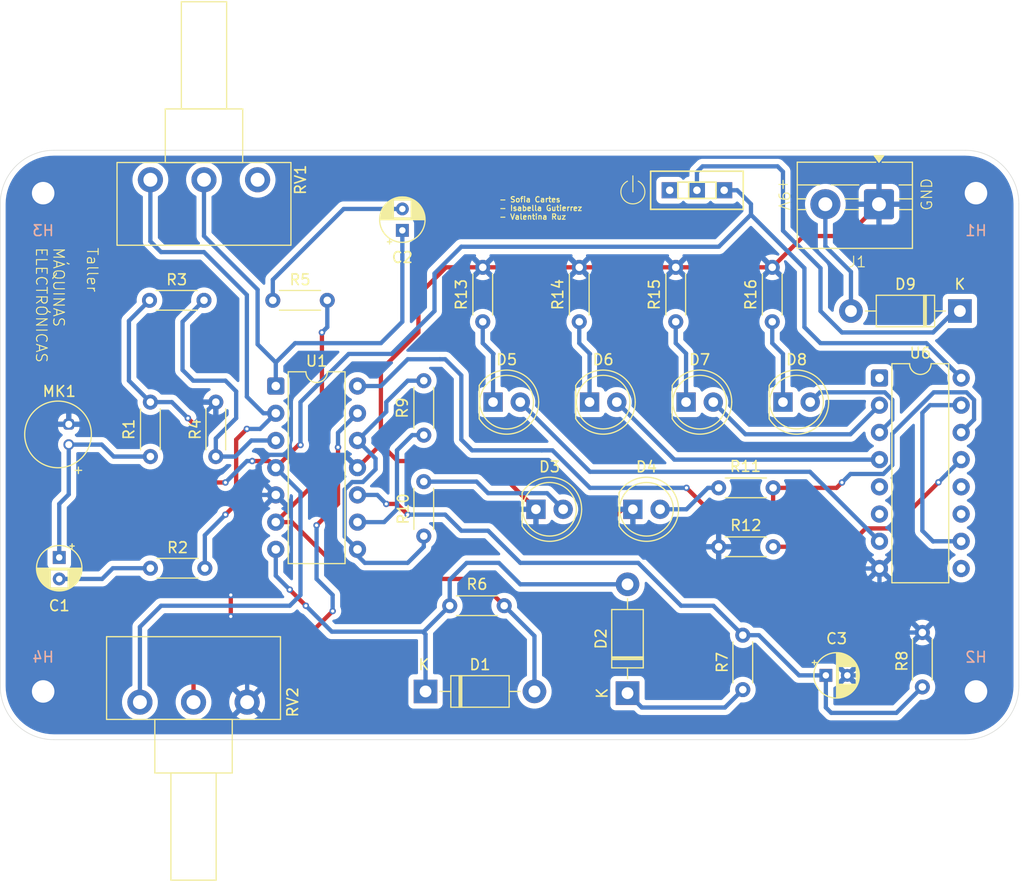
<source format=kicad_pcb>
(kicad_pcb (version 20241229) (generator "pcbnew") (generator_version "9.0")
  (layers (0 "F.Cu" signal) (2 "B.Cu" signal) (13 "F.Paste" user) (15 "B.Paste" user) (5 "F.SilkS" user "F.Silkscreen") (7 "B.SilkS" user "B.Silkscreen") (1 "F.Mask" user) (3 "B.Mask" user) (25 "Edge.Cuts" user))
  (net 0 "")
  (net 1 "Net-(MK1-+)")
  (net 2 "Net-(C1-Pad2)")
  (net 3 "Net-(C2-Pad2)")
  (net 4 "Net-(C2-Pad1)")
  (net 5 "GND")
  (net 6 "Net-(U1C-+)")
  (net 7 "Net-(D1-K)")
  (net 8 "Net-(D1-A)")
  (net 9 "Net-(D2-K)")
  (net 10 "Net-(D3-A)")
  (net 11 "Net-(D4-A)")
  (net 12 "Net-(D5-K)")
  (net 13 "Net-(D5-A)")
  (net 14 "Net-(D6-A)")
  (net 15 "Net-(D6-K)")
  (net 16 "Net-(D7-A)")
  (net 17 "Net-(D7-K)")
  (net 18 "Net-(D8-A)")
  (net 19 "Net-(D8-K)")
  (net 20 "VCC")
  (net 21 "Net-(U1A--)")
  (net 22 "Net-(U1A-+)")
  (net 23 "Net-(U1D-+)")
  (net 24 "Net-(U1C--)")
  (net 25 "Net-(U6-CLK)")
  (net 26 "Net-(U6-CKEN)")
  (net 28 "Net-(U1D--)")
  (net 29 "Net-(U6-Q4)")
  (net 36 "Net-(D9-K)")
  (net 37 "+9V")
  (footprint "MountingHole:MountingHole_2.1mm" (layer "F.Cu") (at 141 100.5)
    (property "Reference" "H2" (at 0 -3.2 0) (layer "B.SilkS") (effects (justify mirror)))
    (property "Value" "MountingHole" (hide yes))
    (pad "" np_thru_hole circle (at 0 0) (size 2.1 2.1) (drill 2.1) (layers "*.Cu" "*.Mask"))
  )
  (footprint "Resistor_THT:R_Axial_DIN0204_L3.6mm_D1.6mm_P5.08mm_Horizontal" (layer "F.Cu") (at 136 95 -90)
    (property "Reference" "R8" (at 2.667 1.905 90) (layer "F.SilkS"))
    (property "Value" "10k" (hide yes))
    (pad "1" thru_hole circle (at 0 0 270) (size 1.4 1.4) (drill 0.7) (layers "*.Cu" "*.Mask") (net 5 "GND"))
    (pad "2" thru_hole oval (at 5.08 0 270) (size 1.4 1.4) (drill 0.7) (layers "*.Cu" "*.Mask") (net 6 "Net-(U1C-+)"))
  )
  (footprint "LED_THT:LED_D5.0mm" (layer "F.Cu") (at 99.96 83.5)
    (property "Reference" "D3" (at 1.27 -3.96 0) (layer "F.SilkS"))
    (property "Value" "LED" (hide yes))
    (pad "1" thru_hole rect (at 0 0) (size 1.8 1.8) (drill 0.9) (layers "*.Cu" "*.Mask") (net 5 "GND"))
    (pad "2" thru_hole circle (at 2.54 0) (size 1.8 1.8) (drill 0.9) (layers "*.Cu" "*.Mask") (net 10 "Net-(D3-A)"))
  )
  (footprint "Capacitor_THT:CP_Radial_D4.0mm_P2.00mm" (layer "F.Cu") (at 87.5 57.4726 90)
    (property "Reference" "C2" (at -2.5274 0 180) (layer "F.SilkS"))
    (property "Value" "10u" (hide yes))
    (pad "1" thru_hole rect (at 0 0 90) (size 1.2 1.2) (drill 0.6) (layers "*.Cu" "*.Mask") (net 4 "Net-(C2-Pad1)"))
    (pad "2" thru_hole circle (at 2 0 90) (size 1.2 1.2) (drill 0.6) (layers "*.Cu" "*.Mask") (net 3 "Net-(C2-Pad2)"))
  )
  (footprint "Resistor_THT:R_Axial_DIN0204_L3.6mm_D1.6mm_P5.08mm_Horizontal" (layer "F.Cu") (at 113 60.92 -90)
    (property "Reference" "R15" (at 2.54 2 90) (layer "F.SilkS"))
    (property "Value" "1k" (hide yes))
    (pad "1" thru_hole circle (at 0 0 270) (size 1.4 1.4) (drill 0.7) (layers "*.Cu" "*.Mask") (net 5 "GND"))
    (pad "2" thru_hole oval (at 5.08 0 270) (size 1.4 1.4) (drill 0.7) (layers "*.Cu" "*.Mask") (net 17 "Net-(D7-K)"))
  )
  (footprint "Resistor_THT:R_Axial_DIN0204_L3.6mm_D1.6mm_P5.08mm_Horizontal" (layer "F.Cu") (at 119.253 100.33 90)
    (property "Reference" "R7" (at 2.54 -1.92 90) (layer "F.SilkS"))
    (property "Value" "220Ω" (hide yes))
    (pad "1" thru_hole circle (at 0 0 90) (size 1.4 1.4) (drill 0.7) (layers "*.Cu" "*.Mask") (net 9 "Net-(D2-K)"))
    (pad "2" thru_hole oval (at 5.08 0 90) (size 1.4 1.4) (drill 0.7) (layers "*.Cu" "*.Mask") (net 6 "Net-(U1C-+)"))
  )
  (footprint "Resistor_THT:R_Axial_DIN0204_L3.6mm_D1.6mm_P5.08mm_Horizontal" (layer "F.Cu") (at 122.08 87 180)
    (property "Reference" "R12" (at 2.54 2 0) (layer "F.SilkS"))
    (property "Value" "100k" (hide yes))
    (pad "1" thru_hole circle (at 0 0 180) (size 1.4 1.4) (drill 0.7) (layers "*.Cu" "*.Mask") (net 26 "Net-(U6-CKEN)"))
    (pad "2" thru_hole oval (at 5.08 0 180) (size 1.4 1.4) (drill 0.7) (layers "*.Cu" "*.Mask") (net 5 "GND"))
  )
  (footprint "Resistor_THT:R_Axial_DIN0204_L3.6mm_D1.6mm_P5.08mm_Horizontal" (layer "F.Cu") (at 75.42 64)
    (property "Reference" "R5" (at 2.54 -1.92 0) (layer "F.SilkS"))
    (property "Value" "10k" (hide yes))
    (pad "1" thru_hole circle (at 0 0) (size 1.4 1.4) (drill 0.7) (layers "*.Cu" "*.Mask") (net 3 "Net-(C2-Pad2)"))
    (pad "2" thru_hole oval (at 5.08 0) (size 1.4 1.4) (drill 0.7) (layers "*.Cu" "*.Mask") (net 8 "Net-(D1-A)"))
  )
  (footprint "LED_THT:LED_D5.0mm" (layer "F.Cu") (at 95.96 73.5)
    (property "Reference" "D5" (at 1.27 -3.96 0) (layer "F.SilkS"))
    (property "Value" "LED" (hide yes))
    (pad "1" thru_hole rect (at 0 0) (size 1.8 1.8) (drill 0.9) (layers "*.Cu" "*.Mask") (net 12 "Net-(D5-K)"))
    (pad "2" thru_hole circle (at 2.54 0) (size 1.8 1.8) (drill 0.9) (layers "*.Cu" "*.Mask") (net 13 "Net-(D5-A)"))
  )
  (footprint "LED_THT:LED_D5.0mm" (layer "F.Cu") (at 113.96 73.5)
    (property "Reference" "D7" (at 1.27 -3.96 0) (layer "F.SilkS"))
    (property "Value" "LED" (hide yes))
    (pad "1" thru_hole rect (at 0 0) (size 1.8 1.8) (drill 0.9) (layers "*.Cu" "*.Mask") (net 17 "Net-(D7-K)"))
    (pad "2" thru_hole circle (at 2.54 0) (size 1.8 1.8) (drill 0.9) (layers "*.Cu" "*.Mask") (net 16 "Net-(D7-A)"))
  )
  (footprint "Resistor_THT:R_Axial_DIN0204_L3.6mm_D1.6mm_P5.08mm_Horizontal" (layer "F.Cu") (at 104 60.92 -90)
    (property "Reference" "R14" (at 2.54 2 90) (layer "F.SilkS"))
    (property "Value" "1k" (hide yes))
    (pad "1" thru_hole circle (at 0 0 270) (size 1.4 1.4) (drill 0.7) (layers "*.Cu" "*.Mask") (net 5 "GND"))
    (pad "2" thru_hole oval (at 5.08 0 270) (size 1.4 1.4) (drill 0.7) (layers "*.Cu" "*.Mask") (net 15 "Net-(D6-K)"))
  )
  (footprint "MountingHole:MountingHole_2.1mm" (layer "F.Cu") (at 141 54)
    (property "Reference" "H1" (at 0 3.5 0) (layer "B.SilkS") (effects (justify mirror)))
    (property "Value" "MountingHole" (hide yes))
    (pad "" np_thru_hole circle (at 0 0) (size 2.1 2.1) (drill 2.1) (layers "*.Cu" "*.Mask"))
  )
  (footprint "Package_DIP:DIP-14_W7.62mm" (layer "F.Cu") (at 75.697 72)
    (property "Reference" "U1" (at 3.81 -2.33 0) (layer "F.SilkS"))
    (property "Value" "LM324" (hide yes))
    (pad "1" thru_hole roundrect (at 0 0) (size 1.6 1.6) (drill 0.8) (layers "*.Cu" "*.Mask") (roundrect_rratio 0.15625) (net 4 "Net-(C2-Pad1)"))
    (pad "2" thru_hole circle (at 0 2.54) (size 1.6 1.6) (drill 0.8) (layers "*.Cu" "*.Mask") (net 21 "Net-(U1A--)"))
    (pad "3" thru_hole circle (at 0 5.08) (size 1.6 1.6) (drill 0.8) (layers "*.Cu" "*.Mask") (net 22 "Net-(U1A-+)"))
    (pad "4" thru_hole circle (at 0 7.62) (size 1.6 1.6) (drill 0.8) (layers "*.Cu" "*.Mask") (net 20 "VCC"))
    (pad "5" thru_hole circle (at 0 10.16) (size 1.6 1.6) (drill 0.8) (layers "*.Cu" "*.Mask") (net 5 "GND"))
    (pad "6" thru_hole circle (at 0 12.7) (size 1.6 1.6) (drill 0.8) (layers "*.Cu" "*.Mask") (net 8 "Net-(D1-A)"))
    (pad "7" thru_hole circle (at 0 15.24) (size 1.6 1.6) (drill 0.8) (layers "*.Cu" "*.Mask") (net 7 "Net-(D1-K)"))
    (pad "8" thru_hole circle (at 7.62 15.24) (size 1.6 1.6) (drill 0.8) (layers "*.Cu" "*.Mask") (net 23 "Net-(U1D-+)"))
    (pad "9" thru_hole circle (at 7.62 12.7) (size 1.6 1.6) (drill 0.8) (layers "*.Cu" "*.Mask") (net 24 "Net-(U1C--)"))
    (pad "10" thru_hole circle (at 7.62 10.16) (size 1.6 1.6) (drill 0.8) (layers "*.Cu" "*.Mask") (net 6 "Net-(U1C-+)"))
    (pad "11" thru_hole circle (at 7.62 7.62) (size 1.6 1.6) (drill 0.8) (layers "*.Cu" "*.Mask") (net 5 "GND"))
    (pad "12" thru_hole circle (at 7.62 5.08) (size 1.6 1.6) (drill 0.8) (layers "*.Cu" "*.Mask") (net 23 "Net-(U1D-+)"))
    (pad "13" thru_hole circle (at 7.62 2.54) (size 1.6 1.6) (drill 0.8) (layers "*.Cu" "*.Mask") (net 28 "Net-(U1D--)"))
    (pad "14" thru_hole circle (at 7.62 0) (size 1.6 1.6) (drill 0.8) (layers "*.Cu" "*.Mask") (net 25 "Net-(U6-CLK)"))
  )
  (footprint "modules_teee2025:SPDT_PCB_small_P2.5mm" (layer "F.Cu") (at 114.975 53.729966)
    (property "Reference" "SW1" (hide yes))
    (property "Value" "SW_SPDT" (hide yes))
    (pad "1" thru_hole rect (at -2.54 0) (size 1.5 1.5) (drill oval 0.7) (layers "*.Cu" "*.Mask"))
    (pad "2" thru_hole rect (at 0 0) (size 1.5 1.5) (drill oval 0.7) (layers "*.Cu" "*.Mask") (net 36 "Net-(D9-K)"))
    (pad "3" thru_hole rect (at 2.54 0) (size 1.5 1.5) (drill oval 0.7) (layers "*.Cu" "*.Mask") (net 20 "VCC"))
  )
  (footprint "Resistor_THT:R_Axial_DIN0204_L3.6mm_D1.6mm_P5.08mm_Horizontal" (layer "F.Cu") (at 95 60.92 -90)
    (property "Reference" "R13" (at 2.54 2 90) (layer "F.SilkS"))
    (property "Value" "1k" (hide yes))
    (pad "1" thru_hole circle (at 0 0 270) (size 1.4 1.4) (drill 0.7) (layers "*.Cu" "*.Mask") (net 5 "GND"))
    (pad "2" thru_hole oval (at 5.08 0 270) (size 1.4 1.4) (drill 0.7) (layers "*.Cu" "*.Mask") (net 12 "Net-(D5-K)"))
  )
  (footprint "Resistor_THT:R_Axial_DIN0204_L3.6mm_D1.6mm_P5.08mm_Horizontal" (layer "F.Cu") (at 89.5 71.5 -90)
    (property "Reference" "R9" (at 2.54 2 90) (layer "F.SilkS"))
    (property "Value" "1k" (hide yes))
    (pad "1" thru_hole circle (at 0 0 270) (size 1.4 1.4) (drill 0.7) (layers "*.Cu" "*.Mask") (net 23 "Net-(U1D-+)"))
    (pad "2" thru_hole oval (at 5.08 0 270) (size 1.4 1.4) (drill 0.7) (layers "*.Cu" "*.Mask") (net 24 "Net-(U1C--)"))
  )
  (footprint "Resistor_THT:R_Axial_DIN0204_L3.6mm_D1.6mm_P5.08mm_Horizontal" (layer "F.Cu") (at 122.08 81.5 180)
    (property "Reference" "R11" (at 2.58 2 0) (layer "F.SilkS"))
    (property "Value" "1k" (hide yes))
    (pad "1" thru_hole circle (at 0 0 180) (size 1.4 1.4) (drill 0.7) (layers "*.Cu" "*.Mask") (net 25 "Net-(U6-CLK)"))
    (pad "2" thru_hole oval (at 5.08 0 180) (size 1.4 1.4) (drill 0.7) (layers "*.Cu" "*.Mask") (net 11 "Net-(D4-A)"))
  )
  (footprint "MountingHole:MountingHole_2.1mm" (layer "F.Cu") (at 54 54)
    (property "Reference" "H3" (at 0 3.5 0) (layer "B.SilkS") (effects (justify mirror)))
    (property "Value" "MountingHole" (hide yes))
    (pad "" np_thru_hole circle (at 0 0) (size 2.1 2.1) (drill 2.1) (layers "*.Cu" "*.Mask"))
  )
  (footprint "Diode_THT:D_DO-41_SOD81_P10.16mm_Horizontal" (layer "F.Cu") (at 139.5 65 180)
    (property "Reference" "D9" (at 5.08 2.5 0) (layer "F.SilkS"))
    (property "Value" "1n4007" (hide yes))
    (fp_text user "K" (at 0 2.5 0) (layer "F.SilkS"))
    (pad "1" thru_hole rect (at 0 0 180) (size 2.2 2.2) (drill 1.1) (layers "*.Cu" "*.Mask") (net 36 "Net-(D9-K)"))
    (pad "2" thru_hole oval (at 10.16 0 180) (size 2.2 2.2) (drill 1.1) (layers "*.Cu" "*.Mask") (net 37 "+9V"))
  )
  (footprint "Resistor_THT:R_Axial_DIN0204_L3.6mm_D1.6mm_P5.08mm_Horizontal" (layer "F.Cu") (at 122 60.92 -90)
    (property "Reference" "R16" (at 2.54 2 90) (layer "F.SilkS"))
    (property "Value" "1k" (hide yes))
    (pad "1" thru_hole circle (at 0 0 270) (size 1.4 1.4) (drill 0.7) (layers "*.Cu" "*.Mask") (net 5 "GND"))
    (pad "2" thru_hole oval (at 5.08 0 270) (size 1.4 1.4) (drill 0.7) (layers "*.Cu" "*.Mask") (net 19 "Net-(D8-K)"))
  )
  (footprint "LED_THT:LED_D5.0mm" (layer "F.Cu") (at 104.96 73.5)
    (property "Reference" "D6" (at 1.27 -3.96 0) (layer "F.SilkS"))
    (property "Value" "LED" (hide yes))
    (pad "1" thru_hole rect (at 0 0) (size 1.8 1.8) (drill 0.9) (layers "*.Cu" "*.Mask") (net 15 "Net-(D6-K)"))
    (pad "2" thru_hole circle (at 2.54 0) (size 1.8 1.8) (drill 0.9) (layers "*.Cu" "*.Mask") (net 14 "Net-(D6-A)"))
  )
  (footprint "Potentiometer_THT:Potentiometer_Piher_T-16H_Single_Horizontal" (layer "F.Cu") (at 63.025 101.5 -90)
    (property "Reference" "RV2" (at 0 -14.25 90) (layer "F.SilkS"))
    (property "Value" "500k" (hide yes))
    (pad "1" thru_hole circle (at 0 0 270) (size 2.34 2.34) (drill 1.3) (layers "*.Cu" "*.Mask") (net 20 "VCC"))
    (pad "2" thru_hole circle (at 0 -5 270) (size 2.34 2.34) (drill 1.3) (layers "*.Cu" "*.Mask") (net 28 "Net-(U1D--)"))
    (pad "3" thru_hole circle (at 0 -10 270) (size 2.34 2.34) (drill 1.3) (layers "*.Cu" "*.Mask") (net 5 "GND"))
  )
  (footprint "Sensor_Audio:POM-2244P-C3310-2-R" (layer "F.Cu") (at 56.388 75.565 -90)
    (property "Reference" "MK1" (at -3.065 0.888 0) (layer "F.SilkS"))
    (property "Value" "Microphone" (hide yes))
    (pad "1" thru_hole roundrect (at 0 0 270) (size 1 1) (drill 0.65) (layers "*.Cu" "*.Mask") (net 5 "GND"))
    (pad "2" thru_hole circle (at 1.9 0 270) (size 1 1) (drill 0.65) (layers "*.Cu" "*.Mask") (net 1 "Net-(MK1-+)"))
  )
  (footprint "MountingHole:MountingHole_2.1mm" (layer "F.Cu") (at 54 100.5)
    (property "Reference" "H4" (at 0 -3.2 0) (layer "B.SilkS") (effects (justify mirror)))
    (property "Value" "MountingHole" (hide yes))
    (pad "" np_thru_hole circle (at 0 0) (size 2.1 2.1) (drill 2.1) (layers "*.Cu" "*.Mask"))
  )
  (footprint "Resistor_THT:R_Axial_DIN0204_L3.6mm_D1.6mm_P5.08mm_Horizontal" (layer "F.Cu") (at 63.92 64)
    (property "Reference" "R3" (at 2.54 -1.92 0) (layer "F.SilkS"))
    (property "Value" "10k" (hide yes))
    (pad "1" thru_hole circle (at 0 0) (size 1.4 1.4) (drill 0.7) (layers "*.Cu" "*.Mask") (net 20 "VCC"))
    (pad "2" thru_hole oval (at 5.08 0) (size 1.4 1.4) (drill 0.7) (layers "*.Cu" "*.Mask") (net 22 "Net-(U1A-+)"))
  )
  (footprint "Resistor_THT:R_Axial_DIN0204_L3.6mm_D1.6mm_P5.08mm_Horizontal" (layer "F.Cu") (at 89.5 86 90)
    (property "Reference" "R10" (at 2.54 -1.92 90) (layer "F.SilkS"))
    (property "Value" "1k" (hide yes))
    (pad "1" thru_hole circle (at 0 0 90) (size 1.4 1.4) (drill 0.7) (layers "*.Cu" "*.Mask") (net 23 "Net-(U1D-+)"))
    (pad "2" thru_hole oval (at 5.08 0 90) (size 1.4 1.4) (drill 0.7) (layers "*.Cu" "*.Mask") (net 10 "Net-(D3-A)"))
  )
  (footprint "Resistor_THT:R_Axial_DIN0204_L3.6mm_D1.6mm_P5.08mm_Horizontal" (layer "F.Cu") (at 97 92.5 180)
    (property "Reference" "R6" (at 2.54 2 0) (layer "F.SilkS"))
    (property "Value" "10k" (hide yes))
    (pad "1" thru_hole circle (at 0 0 180) (size 1.4 1.4) (drill 0.7) (layers "*.Cu" "*.Mask") (net 8 "Net-(D1-A)"))
    (pad "2" thru_hole oval (at 5.08 0 180) (size 1.4 1.4) (drill 0.7) (layers "*.Cu" "*.Mask") (net 7 "Net-(D1-K)"))
  )
  (footprint "Diode_THT:D_DO-41_SOD81_P10.16mm_Horizontal" (layer "F.Cu") (at 89.662 100.5)
    (property "Reference" "D1" (at 5.08 -2.5 0) (layer "F.SilkS"))
    (property "Value" "1N5819" (hide yes))
    (fp_text user "K" (at -0.162 -2.5 0) (layer "F.SilkS"))
    (pad "1" thru_hole rect (at 0 0) (size 2.2 2.2) (drill 1.1) (layers "*.Cu" "*.Mask") (net 7 "Net-(D1-K)"))
    (pad "2" thru_hole oval (at 10.16 0) (size 2.2 2.2) (drill 1.1) (layers "*.Cu" "*.Mask") (net 8 "Net-(D1-A)"))
  )
  (footprint "LED_THT:LED_D5.0mm" (layer "F.Cu") (at 123 73.5)
    (property "Reference" "D8" (at 1.27 -3.96 0) (layer "F.SilkS"))
    (property "Value" "LED" (hide yes))
    (pad "1" thru_hole rect (at 0 0) (size 1.8 1.8) (drill 0.9) (layers "*.Cu" "*.Mask") (net 19 "Net-(D8-K)"))
    (pad "2" thru_hole circle (at 2.54 0) (size 1.8 1.8) (drill 0.9) (layers "*.Cu" "*.Mask") (net 18 "Net-(D8-A)"))
  )
  (footprint "TerminalBlock:TerminalBlock_MaiXu_MX126-5.0-02P_1x02_P5.00mm" (layer "F.Cu") (at 131.953 55.0325 180)
    (property "Reference" "J1" (hide yes))
    (property "Value" "TBLOCK-2" (hide yes))
    (pad "1" thru_hole roundrect (at 0 0 180) (size 2.8 2.8) (drill 1.3) (layers "*.Cu" "*.Mask") (roundrect_rratio 0.089286) (net 5 "GND"))
    (pad "2" thru_hole circle (at 5 0 180) (size 2.8 2.8) (drill 1.3) (layers "*.Cu" "*.Mask") (net 37 "+9V"))
  )
  (footprint "Capacitor_THT:CP_Radial_D4.0mm_P2.00mm" (layer "F.Cu") (at 127 99)
    (property "Reference" "C3" (at 1 -3.425 0) (layer "F.SilkS"))
    (property "Value" "10u" (hide yes))
    (pad "1" thru_hole rect (at 0 0) (size 1.2 1.2) (drill 0.6) (layers "*.Cu" "*.Mask") (net 6 "Net-(U1C-+)"))
    (pad "2" thru_hole circle (at 2 0) (size 1.2 1.2) (drill 0.6) (layers "*.Cu" "*.Mask") (net 5 "GND"))
  )
  (footprint "Resistor_THT:R_Axial_DIN0204_L3.6mm_D1.6mm_P5.08mm_Horizontal" (layer "F.Cu") (at 64 89)
    (property "Reference" "R2" (at 2.54 -1.92 0) (layer "F.SilkS"))
    (property "Value" "1k" (hide yes))
    (pad "1" thru_hole circle (at 0 0) (size 1.4 1.4) (drill 0.7) (layers "*.Cu" "*.Mask") (net 2 "Net-(C1-Pad2)"))
    (pad "2" thru_hole oval (at 5.08 0) (size 1.4 1.4) (drill 0.7) (layers "*.Cu" "*.Mask") (net 21 "Net-(U1A--)"))
  )
  (footprint "Resistor_THT:R_Axial_DIN0204_L3.6mm_D1.6mm_P5.08mm_Horizontal" (layer "F.Cu") (at 70.104 78.58 90)
    (property "Reference" "R4" (at 2.54 -1.92 90) (layer "F.SilkS"))
    (property "Value" "10k" (hide yes))
    (pad "1" thru_hole circle (at 0 0 90) (size 1.4 1.4) (drill 0.7) (layers "*.Cu" "*.Mask") (net 22 "Net-(U1A-+)"))
    (pad "2" thru_hole oval (at 5.08 0 90) (size 1.4 1.4) (drill 0.7) (layers "*.Cu" "*.Mask") (net 5 "GND"))
  )
  (footprint "Resistor_THT:R_Axial_DIN0204_L3.6mm_D1.6mm_P5.08mm_Horizontal" (layer "F.Cu") (at 64 73.5 -90)
    (property "Reference" "R1" (at 2.54 2 90) (layer "F.SilkS"))
    (property "Value" "20k" (hide yes))
    (pad "1" thru_hole circle (at 0 0 270) (size 1.4 1.4) (drill 0.7) (layers "*.Cu" "*.Mask") (net 20 "VCC"))
    (pad "2" thru_hole oval (at 5.08 0 270) (size 1.4 1.4) (drill 0.7) (layers "*.Cu" "*.Mask") (net 1 "Net-(MK1-+)"))
  )
  (footprint "LED_THT:LED_D5.0mm" (layer "F.Cu") (at 109 83.5)
    (property "Reference" "D4" (at 1.27 -3.96 0) (layer "F.SilkS"))
    (property "Value" "LED" (hide yes))
    (pad "1" thru_hole rect (at 0 0) (size 1.8 1.8) (drill 0.9) (layers "*.Cu" "*.Mask") (net 5 "GND"))
    (pad "2" thru_hole circle (at 2.54 0) (size 1.8 1.8) (drill 0.9) (layers "*.Cu" "*.Mask") (net 11 "Net-(D4-A)"))
  )
  (footprint "Capacitor_THT:CP_Radial_D4.0mm_P2.00mm" (layer "F.Cu") (at 55.5 88 -90)
    (property "Reference" "C1" (at 4.5 0 180) (layer "F.SilkS"))
    (property "Value" "10u" (hide yes))
    (pad "1" thru_hole rect (at 0 0 270) (size 1.2 1.2) (drill 0.6) (layers "*.Cu" "*.Mask") (net 1 "Net-(MK1-+)"))
    (pad "2" thru_hole circle (at 2 0 270) (size 1.2 1.2) (drill 0.6) (layers "*.Cu" "*.Mask") (net 2 "Net-(C1-Pad2)"))
  )
  (footprint "Potentiometer_THT:Potentiometer_Piher_T-16H_Single_Horizontal" (layer "F.Cu") (at 74 52.75 90)
    (property "Reference" "RV1" (at 0 4 90) (layer "F.SilkS"))
    (property "Value" "1M" (hide yes))
    (pad "1" thru_hole circle (at 0 0 90) (size 2.34 2.34) (drill 1.3) (layers "*.Cu" "*.Mask"))
    (pad "2" thru_hole circle (at 0 -5 90) (size 2.34 2.34) (drill 1.3) (layers "*.Cu" "*.Mask") (net 4 "Net-(C2-Pad1)"))
    (pad "3" thru_hole circle (at 0 -10 90) (size 2.34 2.34) (drill 1.3) (layers "*.Cu" "*.Mask") (net 21 "Net-(U1A--)"))
  )
  (footprint "Package_DIP:DIP-16_W7.62mm" (layer "F.Cu") (at 132 71.247)
    (property "Reference" "U6" (at 3.81 -2.33 0) (layer "F.SilkS"))
    (property "Value" "4017" (hide yes))
    (pad "1" thru_hole roundrect (at 0 0) (size 1.6 1.6) (drill 0.8) (layers "*.Cu" "*.Mask") (roundrect_rratio 0.15625))
    (pad "2" thru_hole circle (at 0 2.54) (size 1.6 1.6) (drill 0.8) (layers "*.Cu" "*.Mask") (net 16 "Net-(D7-A)"))
    (pad "3" thru_hole circle (at 0 5.08) (size 1.6 1.6) (drill 0.8) (layers "*.Cu" "*.Mask") (net 18 "Net-(D8-A)"))
    (pad "4" thru_hole circle (at 0 7.62) (size 1.6 1.6) (drill 0.8) (layers "*.Cu" "*.Mask") (net 14 "Net-(D6-A)"))
    (pad "5" thru_hole circle (at 0 10.16) (size 1.6 1.6) (drill 0.8) (layers "*.Cu" "*.Mask"))
    (pad "6" thru_hole circle (at 0 12.7) (size 1.6 1.6) (drill 0.8) (layers "*.Cu" "*.Mask"))
    (pad "7" thru_hole circle (at 0 15.24) (size 1.6 1.6) (drill 0.8) (layers "*.Cu" "*.Mask") (net 13 "Net-(D5-A)"))
    (pad "8" thru_hole circle (at 0 17.78) (size 1.6 1.6) (drill 0.8) (layers "*.Cu" "*.Mask") (net 5 "GND"))
    (pad "9" thru_hole circle (at 7.62 17.78) (size 1.6 1.6) (drill 0.8) (layers "*.Cu" "*.Mask"))
    (pad "10" thru_hole circle (at 7.62 15.24) (size 1.6 1.6) (drill 0.8) (layers "*.Cu" "*.Mask") (net 29 "Net-(U6-Q4)"))
    (pad "11" thru_hole circle (at 7.62 12.7) (size 1.6 1.6) (drill 0.8) (layers "*.Cu" "*.Mask"))
    (pad "12" thru_hole circle (at 7.62 10.16) (size 1.6 1.6) (drill 0.8) (layers "*.Cu" "*.Mask"))
    (pad "13" thru_hole circle (at 7.62 7.62) (size 1.6 1.6) (drill 0.8) (layers "*.Cu" "*.Mask") (net 26 "Net-(U6-CKEN)"))
    (pad "14" thru_hole circle (at 7.62 5.08) (size 1.6 1.6) (drill 0.8) (layers "*.Cu" "*.Mask") (net 25 "Net-(U6-CLK)"))
    (pad "15" thru_hole circle (at 7.62 2.54) (size 1.6 1.6) (drill 0.8) (layers "*.Cu" "*.Mask") (net 29 "Net-(U6-Q4)"))
    (pad "16" thru_hole circle (at 7.62 0) (size 1.6 1.6) (drill 0.8) (layers "*.Cu" "*.Mask") (net 20 "VCC"))
  )
  (footprint "Diode_THT:D_DO-41_SOD81_P10.16mm_Horizontal" (layer "F.Cu") (at 108.5 100.66 90)
    (property "Reference" "D2" (at 5.08 -2.47 90) (layer "F.SilkS"))
    (property "Value" "1N5819" (hide yes))
    (fp_text user "K" (at -0.011 -2.363 90) (layer "F.SilkS"))
    (pad "1" thru_hole rect (at 0 0 90) (size 2.2 2.2) (drill 1.1) (layers "*.Cu" "*.Mask") (net 9 "Net-(D2-K)"))
    (pad "2" thru_hole oval (at 10.16 0 90) (size 2.2 2.2) (drill 1.1) (layers "*.Cu" "*.Mask") (net 7 "Net-(D1-K)"))
  )
  (gr_line (start 109 53.881966) (end 109 52.381966) (stroke (width 0.1)) (layer "F.SilkS"))
  (gr_arc (start 109.5 52.881966) (mid 109 55) (end 108.5 52.881966) (stroke (width 0.1)) (layer "F.SilkS"))
  (gr_line (start 140 105) (end 55 105) (stroke (width 0.05)) (layer "Edge.Cuts"))
  (gr_line (start 145 55) (end 145 100) (stroke (width 0.05)) (layer "Edge.Cuts"))
  (gr_arc (start 145 100) (mid 143.535534 103.535534) (end 140 105) (stroke (width 0.05)) (layer "Edge.Cuts"))
  (gr_line (start 55 50) (end 140 50) (stroke (width 0.05)) (layer "Edge.Cuts"))
  (gr_arc (start 50 55) (mid 51.464466 51.464466) (end 55 50) (stroke (width 0.05)) (layer "Edge.Cuts"))
  (gr_arc (start 55 105) (mid 51.464466 103.535534) (end 50 100) (stroke (width 0.05)) (layer "Edge.Cuts"))
  (gr_arc (start 140 50) (mid 143.535534 51.464466) (end 145 55) (stroke (width 0.05)) (layer "Edge.Cuts"))
  (gr_line (start 50 100) (end 50 55) (stroke (width 0.05)) (layer "Edge.Cuts"))
  (gr_text "MAQUINAS\nELECTRONICAS" (at 53.25 59 270) (layer "F.SilkS") (effects (font (size 1 1) (thickness 0.1)) (justify left bottom)))
  (gr_text "GND" (at 137 55.7 90) (layer "F.SilkS") (effects (font (size 1 1) (thickness 0.1)) (justify left bottom)))
  (gr_text "J1" (at 129 61 0) (layer "F.SilkS") (effects (font (size 1 1) (thickness 0.1)) (justify left bottom)))
  (gr_text "+9V" (at 122.5 52.5 270) (layer "F.SilkS") (effects (font (size 1 1) (thickness 0.1)) (justify left bottom)))
  (gr_text "," (at 56.25 60.25 270) (layer "F.SilkS") (effects (font (size 1 1) (thickness 0.1)) (justify left bottom)))
  (gr_text "Taller" (at 58 59 270) (layer "F.SilkS") (effects (font (size 1 1) (thickness 0.1)) (justify left bottom)))
  (gr_text "," (at 54.5 64.75 270) (layer "F.SilkS") (effects (font (size 1 1) (thickness 0.1)) (justify left bottom)))
  (gr_text "- Sofia Cartes\n- Isabella Gutierrez\n- Valentina Ruz" (at 96.5 56.5 0) (layer "F.SilkS") (effects (font (size 0.5 0.5) (thickness 0.1)) (justify left bottom)))
  (segment (start 55.5 83) (end 55.5 88) (width 0.4) (layer "B.Cu") (net 1))
  (segment (start 56.388 82.112) (end 55.5 83) (width 0.4) (layer "B.Cu") (net 1))
  (segment (start 60.58 78.58) (end 64 78.58) (width 0.4) (layer "B.Cu") (net 1))
  (segment (start 56.388 77.465) (end 59.465 77.465) (width 0.4) (layer "B.Cu") (net 1))
  (segment (start 56.388 77.465) (end 56.388 82.112) (width 0.4) (layer "B.Cu") (net 1))
  (segment (start 59.465 77.465) (end 60.58 78.58) (width 0.4) (layer "B.Cu") (net 1))
  (segment (start 60.5 89) (end 59.5 90) (width 0.4) (layer "B.Cu") (net 2))
  (segment (start 59.5 90) (end 55.5 90) (width 0.4) (layer "B.Cu") (net 2))
  (segment (start 64 89) (end 60.5 89) (width 0.4) (layer "B.Cu") (net 2))
  (segment (start 75.42 62.08) (end 82.0274 55.4726) (width 0.4) (layer "B.Cu") (net 3))
  (segment (start 75.42 64) (end 75.42 62.08) (width 0.4) (layer "B.Cu") (net 3))
  (segment (start 82.0274 55.4726) (end 87.5 55.4726) (width 0.4) (layer "B.Cu") (net 3))
  (segment (start 69 58) (end 69 52.75) (width 0.4) (layer "B.Cu") (net 4))
  (segment (start 87.5 66) (end 87.5 57.4726) (width 0.4) (layer "B.Cu") (net 4))
  (segment (start 74 68.106) (end 75.697 69.803) (width 0.4) (layer "B.Cu") (net 4))
  (segment (start 85.5 68) (end 87.5 66) (width 0.4) (layer "B.Cu") (net 4))
  (segment (start 75.697 72) (end 75.697 69.803) (width 0.4) (layer "B.Cu") (net 4))
  (segment (start 69 58) (end 74 63) (width 0.4) (layer "B.Cu") (net 4))
  (segment (start 77.5 68) (end 85.5 68) (width 0.4) (layer "B.Cu") (net 4))
  (segment (start 74 63) (end 74 68.106) (width 0.4) (layer "B.Cu") (net 4))
  (segment (start 75.697 69.803) (end 77.5 68) (width 0.4) (layer "B.Cu") (net 4))
  (segment (start 122 60.92) (end 124.92 58) (width 0.4) (layer "F.Cu") (net 5))
  (segment (start 104 60.92) (end 113 60.92) (width 0.4) (layer "F.Cu") (net 5))
  (segment (start 85.5 70.5) (end 85.5 77.437) (width 0.4) (layer "F.Cu") (net 5))
  (segment (start 99.96 84.96) (end 99.96 83.5) (width 0.4) (layer "F.Cu") (net 5))
  (segment (start 85.5 77.437) (end 83.317 79.62) (width 0.4) (layer "F.Cu") (net 5))
  (segment (start 91.58 60.92) (end 89 63.5) (width 0.4) (layer "F.Cu") (net 5))
  (segment (start 89 63.5) (end 89 67) (width 0.4) (layer "F.Cu") (net 5))
  (segment (start 87.063 79) (end 95.46 79) (width 0.4) (layer "F.Cu") (net 5))
  (segment (start 85.5 77.437) (end 87.063 79) (width 0.4) (layer "F.Cu") (net 5))
  (segment (start 95 60.92) (end 91.58 60.92) (width 0.4) (layer "F.Cu") (net 5))
  (segment (start 128.9855 58) (end 131.953 55.0325) (width 0.4) (layer "F.Cu") (net 5))
  (segment (start 95.46 79) (end 99.96 83.5) (width 0.4) (layer "F.Cu") (net 5))
  (segment (start 113 60.92) (end 122 60.92) (width 0.4) (layer "F.Cu") (net 5))
  (segment (start 109 83.5) (end 108 83.5) (width 0.4) (layer "F.Cu") (net 5))
  (segment (start 108 83.5) (end 105.5 86) (width 0.4) (layer "F.Cu") (net 5))
  (segment (start 101 86) (end 99.96 84.96) (width 0.4) (layer "F.Cu") (net 5))
  (segment (start 105.5 86) (end 101 86) (width 0.4) (layer "F.Cu") (net 5))
  (segment (start 124.92 58) (end 128.9855 58) (width 0.4) (layer "F.Cu") (net 5))
  (segment (start 71.5 93.5) (end 71.5 91.5) (width 0.4) (layer "F.Cu") (net 5))
  (segment (start 95 60.92) (end 104 60.92) (width 0.4) (layer "F.Cu") (net 5))
  (segment (start 89 67) (end 85.5 70.5) (width 0.4) (layer "F.Cu") (net 5))
  (via (at 71.5 91.5) (size 0.6) (drill 0.3) (layers "F.Cu" "B.Cu") (net 5))
  (via (at 71.5 93.5) (size 0.6) (drill 0.3) (layers "F.Cu" "B.Cu") (net 5))
  (segment (start 67.396 76) (end 67.5 76.104) (width 0.4) (layer "B.Cu") (net 5))
  (segment (start 109 87) (end 109 83.5) (width 0.4) (layer "B.Cu") (net 5))
  (segment (start 132 89.027) (end 125.973 89.027) (width 0.4) (layer "B.Cu") (net 5))
  (segment (start 67.5 80.5) (end 67.5 76.104) (width 0.4) (layer "B.Cu") (net 5))
  (segment (start 125.973 89.027) (end 124 91) (width 0.4) (layer "B.Cu") (net 5))
  (segment (start 133 95) (end 132 94) (width 0.4) (layer "B.Cu") (net 5))
  (segment (start 62.5 76) (end 67.396 76) (width 0.4) (layer "B.Cu") (net 5))
  (segment (start 132.5 95.5) (end 132.5 98.5) (width 0.4) (layer "B.Cu") (net 5))
  (segment (start 117.5 91) (end 117 90.5) (width 0.4) (layer "B.Cu") (net 5))
  (segment (start 73.025 95.025) (end 73.025 101.5) (width 0.4) (layer "B.Cu") (net 5))
  (segment (start 71.5 86.357) (end 75.697 82.16) (width 0.4) (layer "B.Cu") (net 5))
  (segment (start 74 82.16) (end 69.16 82.16) (width 0.4) (layer "B.Cu") (net 5))
  (segment (start 73.025 95.025) (end 71.5 93.5) (width 0.4) (layer "B.Cu") (net 5))
  (segment (start 71.5 91.5) (end 71.5 86.357) (width 0.4) (layer "B.Cu") (net 5))
  (segment (start 74 79.5) (end 74 82.16) (width 0.4) (layer "B.Cu") (net 5))
  (segment (start 56.388 75.565) (end 62.065 75.565) (width 0.4) (layer "B.Cu") (net 5))
  (segment (start 82.116 78.419) (end 75.081 78.419) (width 0.4) (layer "B.Cu") (net 5))
  (segment (start 117 87) (end 115 87) (width 0.4) (layer "B.Cu") (net 5))
  (segment (start 136 95) (end 133 95) (width 0.4) (layer "B.Cu") (net 5))
  (segment (start 110 88) (end 109 87) (width 0.4) (layer "B.Cu") (net 5))
  (segment (start 75.697 82.16) (end 74 82.16) (width 0.4) (layer "B.Cu") (net 5))
  (segment (start 75.081 78.419) (end 74 79.5) (width 0.4) (layer "B.Cu") (net 5))
  (segment (start 69.16 82.16) (end 67.5 80.5) (width 0.4) (layer "B.Cu") (net 5))
  (segment (start 132 94) (end 132 89.027) (width 0.4) (layer "B.Cu") (net 5))
  (segment (start 117 90.5) (end 117 87) (width 0.4) (layer "B.Cu") (net 5))
  (segment (start 124 91) (end 117.5 91) (width 0.4) (layer "B.Cu") (net 5))
  (segment (start 115 87) (end 114 88) (width 0.4) (layer "B.Cu") (net 5))
  (segment (start 67.5 76.104) (end 70.104 73.5) (width 0.4) (layer "B.Cu") (net 5))
  (segment (start 83.317 79.62) (end 82.116 78.419) (width 0.4) (layer "B.Cu") (net 5))
  (segment (start 62.065 75.565) (end 62.5 76) (width 0.4) (layer "B.Cu") (net 5))
  (segment (start 114 88) (end 110 88) (width 0.4) (layer "B.Cu") (net 5))
  (segment (start 133 95) (end 132.5 95.5) (width 0.4) (layer "B.Cu") (net 5))
  (segment (start 132.5 98.5) (end 132 99) (width 0.4) (layer "B.Cu") (net 5))
  (segment (start 132 99) (end 129 99) (width 0.4) (layer "B.Cu") (net 5))
  (segment (start 87 83) (end 88 84) (width 0.4) (layer "F.Cu") (net 6))
  (segment (start 86 83) (end 87 83) (width 0.4) (layer "F.Cu") (net 6))
  (via (at 86 83) (size 0.6) (drill 0.3) (layers "F.Cu" "B.Cu") (net 6))
  (via (at 88 84) (size 0.6) (drill 0.3) (layers "F.Cu" "B.Cu") (net 6))
  (segment (start 109.5 88.5) (end 113.5 92.5) (width 0.4) (layer "B.Cu") (net 6))
  (segment (start 133.58 102.5) (end 127.5 102.5) (width 0.4) (layer "B.Cu") (net 6))
  (segment (start 127.5 102.5) (end 127 102) (width 0.4) (layer "B.Cu") (net 6))
  (segment (start 98.5 88.5) (end 109.5 88.5) (width 0.4) (layer "B.Cu") (net 6))
  (segment (start 113.5 92.5) (end 116.503 92.5) (width 0.4) (layer "B.Cu") (net 6))
  (segment (start 119.253 95.25) (end 120.75 95.25) (width 0.4) (layer "B.Cu") (net 6))
  (segment (start 88 84) (end 91.5 84) (width 0.4) (layer "B.Cu") (net 6))
  (segment (start 91.5 84) (end 93 85.5) (width 0.4) (layer "B.Cu") (net 6))
  (segment (start 83.317 82.16) (end 85.16 82.16) (width 0.4) (layer "B.Cu") (net 6))
  (segment (start 124.5 99) (end 127 99) (width 0.4) (layer "B.Cu") (net 6))
  (segment (start 116.503 92.5) (end 119.253 95.25) (width 0.4) (layer "B.Cu") (net 6))
  (segment (start 136 100.08) (end 133.58 102.5) (width 0.4) (layer "B.Cu") (net 6))
  (segment (start 95.5 85.5) (end 98.5 88.5) (width 0.4) (layer "B.Cu") (net 6))
  (segment (start 85.16 82.16) (end 86 83) (width 0.4) (layer "B.Cu") (net 6))
  (segment (start 93 85.5) (end 95.5 85.5) (width 0.4) (layer "B.Cu") (net 6))
  (segment (start 127 102) (end 127 99) (width 0.4) (layer "B.Cu") (net 6))
  (segment (start 120.75 95.25) (end 124.5 99) (width 0.4) (layer "B.Cu") (net 6))
  (segment (start 77 91) (end 78.5 92.5) (width 0.4) (layer "F.Cu") (net 7))
  (via (at 77 91) (size 0.6) (drill 0.3) (layers "F.Cu" "B.Cu") (net 7))
  (via (at 78.5 92.5) (size 0.6) (drill 0.3) (layers "F.Cu" "B.Cu") (net 7))
  (segment (start 78.5 92.5) (end 80.92 94.92) (width 0.4) (layer "B.Cu") (net 7))
  (segment (start 89.5 94.92) (end 89.5 95) (width 0.4) (layer "B.Cu") (net 7))
  (segment (start 96.5 88.5) (end 93.5 88.5) (width 0.4) (layer "B.Cu") (net 7))
  (segment (start 80.92 94.92) (end 89.5 94.92) (width 0.4) (layer "B.Cu") (net 7))
  (segment (start 91.92 90.08) (end 91.92 92.5) (width 0.4) (layer "B.Cu") (net 7))
  (segment (start 91.92 92.5) (end 89.5 94.92) (width 0.4) (layer "B.Cu") (net 7))
  (segment (start 93.5 88.5) (end 91.92 90.08) (width 0.4) (layer "B.Cu") (net 7))
  (segment (start 89.5 95) (end 89.662 95.162) (width 0.4) (layer "B.Cu") (net 7))
  (segment (start 98.5 90.5) (end 96.5 88.5) (width 0.4) (layer "B.Cu") (net 7))
  (segment (start 108.5 90.5) (end 98.5 90.5) (width 0.4) (layer "B.Cu") (net 7))
  (segment (start 75.697 87.24) (end 75.697 89.697) (width 0.4) (layer "B.Cu") (net 7))
  (segment (start 75.697 89.697) (end 77 91) (width 0.4) (layer "B.Cu") (net 7))
  (segment (start 89.662 95.162) (end 89.662 100.5) (width 0.4) (layer "B.Cu") (net 7))
  (segment (start 88 91.5) (end 89.5 90) (width 0.4) (layer "F.Cu") (net 8))
  (segment (start 80 80.397) (end 75.697 84.7) (width 0.4) (layer "F.Cu") (net 8))
  (segment (start 77.2 84.7) (end 84 91.5) (width 0.4) (layer "F.Cu") (net 8))
  (segment (start 80 67) (end 80 80.397) (width 0.4) (layer "F.Cu") (net 8))
  (segment (start 89.5 90) (end 94.5 90) (width 0.4) (layer "F.Cu") (net 8))
  (segment (start 75.697 84.7) (end 77.2 84.7) (width 0.4) (layer "F.Cu") (net 8))
  (segment (start 84 91.5) (end 88 91.5) (width 0.4) (layer "F.Cu") (net 8))
  (segment (start 94.5 90) (end 97 92.5) (width 0.4) (layer "F.Cu") (net 8))
  (via (at 80 67) (size 0.6) (drill 0.3) (layers "F.Cu" "B.Cu") (net 8))
  (segment (start 80.5 64) (end 80.5 66.5) (width 0.4) (layer "B.Cu") (net 8))
  (segment (start 97 92.5) (end 99.822 95.322) (width 0.4) (layer "B.Cu") (net 8))
  (segment (start 80.5 66.5) (end 80 67) (width 0.4) (layer "B.Cu") (net 8))
  (segment (start 99.822 95.322) (end 99.822 100.5) (width 0.4) (layer "B.Cu") (net 8))
  (segment (start 109.84 102) (end 117.583 102) (width 0.4) (layer "B.Cu") (net 9))
  (segment (start 108.5 100.66) (end 109.84 102) (width 0.4) (layer "B.Cu") (net 9))
  (segment (start 117.583 102) (end 119.253 100.33) (width 0.4) (layer "B.Cu") (net 9))
  (segment (start 101 82) (end 102.5 83.5) (width 0.4) (layer "B.Cu") (net 10))
  (segment (start 95.5 82) (end 101 82) (width 0.4) (layer "B.Cu") (net 10))
  (segment (start 89.5 80.92) (end 94.42 80.92) (width 0.4) (layer "B.Cu") (net 10))
  (segment (start 94.42 80.92) (end 95.5 82) (width 0.4) (layer "B.Cu") (net 10))
  (segment (start 117 81.5) (end 116 81.5) (width 0.4) (layer "B.Cu") (net 11))
  (segment (start 114 83.5) (end 111.54 83.5) (width 0.4) (layer "B.Cu") (net 11))
  (segment (start 116 81.5) (end 114 83.5) (width 0.4) (layer "B.Cu") (net 11))
  (segment (start 95.96 69.04) (end 95.96 73.5) (width 0.4) (layer "B.Cu") (net 12))
  (segment (start 95 68) (end 96 69) (width 0.4) (layer "B.Cu") (net 12))
  (segment (start 96 69) (end 95.96 69.04) (width 0.4) (layer "B.Cu") (net 12))
  (segment (start 95 66) (end 95 68) (width 0.4) (layer "B.Cu") (net 12))
  (segment (start 125.513 80) (end 105 80) (width 0.4) (layer "B.Cu") (net 13))
  (segment (start 132 86.487) (end 125.513 80) (width 0.4) (layer "B.Cu") (net 13))
  (segment (start 105 80) (end 98.5 73.5) (width 0.4) (layer "B.Cu") (net 13))
  (segment (start 112.867 78.867) (end 107.5 73.5) (width 0.4) (layer "B.Cu") (net 14))
  (segment (start 132 78.867) (end 112.867 78.867) (width 0.4) (layer "B.Cu") (net 14))
  (segment (start 104 68) (end 105 69) (width 0.4) (layer "B.Cu") (net 15))
  (segment (start 104.96 69.04) (end 104.96 73.5) (width 0.4) (layer "B.Cu") (net 15))
  (segment (start 104 66) (end 104 68) (width 0.4) (layer "B.Cu") (net 15))
  (segment (start 105 69) (end 104.96 69.04) (width 0.4) (layer "B.Cu") (net 15))
  (segment (start 132 73.787) (end 129.287 76.5) (width 0.4) (layer "B.Cu") (net 16))
  (segment (start 119.5 76.5) (end 116.5 73.5) (width 0.4) (layer "B.Cu") (net 16))
  (segment (start 129.287 76.5) (end 119.5 76.5) (width 0.4) (layer "B.Cu") (net 16))
  (segment (start 113 66) (end 113 68) (width 0.4) (layer "B.Cu") (net 17))
  (segment (start 113 68) (end 113.96 68.96) (width 0.4) (layer "B.Cu") (net 17))
  (segment (start 113.96 68.96) (end 113.96 73.5) (width 0.4) (layer "B.Cu") (net 17))
  (segment (start 133.201 75.126) (end 133.201 73.289529) (width 0.4) (layer "B.Cu") (net 18))
  (segment (start 132.497471 72.586) (end 126.454 72.586) (width 0.4) (layer "B.Cu") (net 18))
  (segment (start 133.201 73.289529) (end 132.497471 72.586) (width 0.4) (layer "B.Cu") (net 18))
  (segment (start 126.454 72.586) (end 125.54 73.5) (width 0.4) (layer "B.Cu") (net 18))
  (segment (start 132 76.327) (end 133.201 75.126) (width 0.4) (layer "B.Cu") (net 18))
  (segment (start 123 69) (end 123 73.5) (width 0.4) (layer "B.Cu") (net 19))
  (segment (start 122 66) (end 122 68) (width 0.4) (layer "B.Cu") (net 19))
  (segment (start 122 68) (end 123 69) (width 0.4) (layer "B.Cu") (net 19))
  (segment (start 68.5 76) (end 68.5 79.5) (width 0.4) (layer "F.Cu") (net 20))
  (segment (start 78 77.5) (end 77.817 77.5) (width 0.4) (layer "F.Cu") (net 20))
  (segment (start 70 81) (end 71 81) (width 0.4) (layer "F.Cu") (net 20))
  (segment (start 73.5 79) (end 75.077 79) (width 0.4) (layer "F.Cu") (net 20))
  (segment (start 68.5 79.5) (end 70 81) (width 0.4) (layer "F.Cu") (net 20))
  (segment (start 77.817 77.5) (end 75.697 79.62) (width 0.4) (layer "F.Cu") (net 20))
  (segment (start 75.077 79) (end 75.697 79.62) (width 0.4) (layer "F.Cu") (net 20))
  (segment (start 67.5 75) (end 68.5 76) (width 0.4) (layer "F.Cu") (net 20))
  (via (at 78 77.5) (size 0.6) (drill 0.3) (layers "F.Cu" "B.Cu") (net 20))
  (via (at 73.5 79) (size 0.6) (drill 0.3) (layers "F.Cu" "B.Cu") (net 20))
  (via (at 71 81) (size 0.6) (drill 0.3) (layers "F.Cu" "B.Cu") (net 20))
  (via (at 67.5 75) (size 0.6) (drill 0.3) (layers "F.Cu" "B.Cu") (net 20))
  (segment (start 78 91.5) (end 78 81.923) (width 0.4) (layer "B.Cu") (net 20))
  (segment (start 139.62 71.247) (end 136.373 68) (width 0.4) (layer "B.Cu") (net 20))
  (segment (start 62 65.92) (end 62 71.5) (width 0.4) (layer "B.Cu") (net 20))
  (segment (start 125 66.5) (end 125 61) (width 0.4) (layer "B.Cu") (net 20))
  (segment (start 62 71.5) (end 64 73.5) (width 0.4) (layer "B.Cu") (net 20))
  (segment (start 93 59) (end 90.5 61.5) (width 0.4) (layer "B.Cu") (net 20))
  (segment (start 78 73.5) (end 78 77.5) (width 0.4) (layer "B.Cu") (net 20))
  (segment (start 120.015 56) (end 120.015 55.015) (width 0.4) (layer "B.Cu") (net 20))
  (segment (start 63.92 64) (end 62 65.92) (width 0.4) (layer "B.Cu") (net 20))
  (segment (start 120.015 55.015) (end 118.729966 53.729966) (width 0.4) (layer "B.Cu") (net 20))
  (segment (start 125 61) (end 120.015 56.015) (width 0.4) (layer "B.Cu") (net 20))
  (segment (start 77 92.5) (end 78 91.5) (width 0.4) (layer "B.Cu") (net 20))
  (segment (start 82.5 69) (end 78 73.5) (width 0.4) (layer "B.Cu") (net 20))
  (segment (start 118.729966 53.729966) (end 117.515 53.729966) (width 0.4) (layer "B.Cu") (net 20))
  (segment (start 78 81.923) (end 75.697 79.62) (width 0.4) (layer "B.Cu") (net 20))
  (segment (start 126.5 68) (end 125 66.5) (width 0.4) (layer "B.Cu") (net 20))
  (segment (start 117.015 59) (end 93 59) (width 0.4) (layer "B.Cu") (net 20))
  (segment (start 86.5 69) (end 82.5 69) (width 0.4) (layer "B.Cu") (net 20))
  (segment (start 66 73.5) (end 67.5 75) (width 0.4) (layer "B.Cu") (net 20))
  (segment (start 71 81) (end 73 79) (width 0.4) (layer "B.Cu") (net 20))
  (segment (start 90.5 65) (end 86.5 69) (width 0.4) (layer "B.Cu") (net 20))
  (segment (start 65 92.5) (end 77 92.5) (width 0.4) (layer "B.Cu") (net 20))
  (segment (start 90.5 61.5) (end 90.5 65) (width 0.4) (layer "B.Cu") (net 20))
  (segment (start 64 73.5) (end 66 73.5) (width 0.4) (layer "B.Cu") (net 20))
  (segment (start 136.373 68) (end 126.5 68) (width 0.4) (layer "B.Cu") (net 20))
  (segment (start 63.025 94.475) (end 63.025 101.5) (width 0.4) (layer "B.Cu") (net 20))
  (segment (start 63.025 94.475) (end 65 92.5) (width 0.4) (layer "B.Cu") (net 20))
  (segment (start 73 79) (end 73.5 79) (width 0.4) (layer "B.Cu") (net 20))
  (segment (start 120.015 56) (end 117.015 59) (width 0.4) (layer "B.Cu") (net 20))
  (segment (start 120.015 56.015) (end 120.015 56) (width 0.4) (layer "B.Cu") (net 20))
  (segment (start 72 77) (end 73 76) (width 0.4) (layer "F.Cu") (net 21))
  (segment (start 72 80) (end 72 77) (width 0.4) (layer "F.Cu") (net 21))
  (segment (start 72 83) (end 72 80) (width 0.4) (layer "F.Cu") (net 21))
  (segment (start 71 84) (end 72 83) (width 0.4) (layer "F.Cu") (net 21))
  (via (at 71 84) (size 0.6) (drill 0.3) (layers "F.Cu" "B.Cu") (net 21))
  (via (at 73 76) (size 0.6) (drill 0.3) (layers "F.Cu" "B.Cu") (net 21))
  (segment (start 64 58.5) (end 64 52.75) (width 0.4) (layer "B.Cu") (net 21))
  (segment (start 65 59.5) (end 64 58.5) (width 0.4) (layer "B.Cu") (net 21))
  (segment (start 74.54 74.54) (end 73 73) (width 0.4) (layer "B.Cu") (net 21))
  (segment (start 73 73) (end 73 63.5) (width 0.4) (layer "B.Cu") (net 21))
  (segment (start 75.697 74.54) (end 74.54 74.54) (width 0.4) (layer "B.Cu") (net 21))
  (segment (start 73 76) (end 74.237 76) (width 0.4) (layer "B.Cu") (net 21))
  (segment (start 73 63.5) (end 69 59.5) (width 0.4) (layer "B.Cu") (net 21))
  (segment (start 74.237 76) (end 75.697 74.54) (width 0.4) (layer "B.Cu") (net 21))
  (segment (start 69.08 89) (end 69.08 85.92) (width 0.4) (layer "B.Cu") (net 21))
  (segment (start 69 59.5) (end 65 59.5) (width 0.4) (layer "B.Cu") (net 21))
  (segment (start 69.08 85.92) (end 71 84) (width 0.4) (layer "B.Cu") (net 21))
  (segment (start 70.104 76.896) (end 70.104 78.58) (width 0.4) (layer "B.Cu") (net 22))
  (segment (start 73.42 77.08) (end 71.92 78.58) (width 0.4) (layer "B.Cu") (net 22))
  (segment (start 72 75) (end 70.104 76.896) (width 0.4) (layer "B.Cu") (net 22))
  (segment (start 71 71.5) (end 72 72.5) (width 0.4) (layer "B.Cu") (net 22))
  (segment (start 67 66) (end 67 70.5) (width 0.4) (layer "B.Cu") (net 22))
  (segment (start 71.92 78.58) (end 70.104 78.58) (width 0.4) (layer "B.Cu") (net 22))
  (segment (start 75.697 77.08) (end 73.42 77.08) (width 0.4) (layer "B.Cu") (net 22))
  (segment (start 69 64) (end 67 66) (width 0.4) (layer "B.Cu") (net 22))
  (segment (start 67 70.5) (end 68 71.5) (width 0.4) (layer "B.Cu") (net 22))
  (segment (start 68 71.5) (end 71 71.5) (width 0.4) (layer "B.Cu") (net 22))
  (segment (start 72 72.5) (end 72 75) (width 0.4) (layer "B.Cu") (net 22))
  (segment (start 84 88.5) (end 88 88.5) (width 0.4) (layer "B.Cu") (net 23))
  (segment (start 89.5 87) (end 89.5 86) (width 0.4) (layer "B.Cu") (net 23))
  (segment (start 86 74.397) (end 86 73.5) (width 0.4) (layer "B.Cu") (net 23))
  (segment (start 83.814471 80.959) (end 82.819529 80.959) (width 0.4) (layer "B.Cu") (net 23))
  (segment (start 86 73.5) (end 88 71.5) (width 0.4) (layer "B.Cu") (net 23))
  (segment (start 85 78.763) (end 85 79.773471) (width 0.4) (layer "B.Cu") (net 23))
  (segment (start 82.116 86.039) (end 83.317 87.24) (width 0.4) (layer "B.Cu") (net 23))
  (segment (start 82.819529 80.959) (end 82.116 81.662529) (width 0.4) (layer "B.Cu") (net 23))
  (segment (start 88 88.5) (end 89.5 87) (width 0.4) (layer "B.Cu") (net 23))
  (segment (start 83.317 77.08) (end 85 78.763) (width 0.4) (layer "B.Cu") (net 23))
  (segment (start 88 71.5) (end 89.5 71.5) (width 0.4) (layer "B.Cu") (net 23))
  (segment (start 83.317 87.817) (end 84 88.5) (width 0.4) (layer "B.Cu") (net 23))
  (segment (start 85 79.773471) (end 83.814471 80.959) (width 0.4) (layer "B.Cu") (net 23))
  (segment (start 83.317 77.08) (end 86 74.397) (width 0.4) (layer "B.Cu") (net 23))
  (segment (start 83.317 87.24) (end 83.317 87.817) (width 0.4) (layer "B.Cu") (net 23))
  (segment (start 82.116 81.662529) (end 82.116 86.039) (width 0.4) (layer "B.Cu") (net 23))
  (segment (start 87 78) (end 88.42 76.58) (width 0.4) (layer "B.Cu") (net 24))
  (segment (start 87 83.5) (end 87 78) (width 0.4) (layer "B.Cu") (net 24))
  (segment (start 85.8 84.7) (end 87 83.5) (width 0.4) (layer "B.Cu") (net 24))
  (segment (start 88.42 76.58) (end 89.5 76.58) (width 0.4) (layer "B.Cu") (net 24))
  (segment (start 83.317 84.7) (end 85.8 84.7) (width 0.4) (layer "B.Cu") (net 24))
  (segment (start 122.08 83.42) (end 122.08 81.5) (width 0.4) (layer "F.Cu") (net 25))
  (segment (start 128.5 81) (end 128 81.5) (width 0.4) (layer "F.Cu") (net 25))
  (segment (start 120.5 85) (end 122.08 83.42) (width 0.4) (layer "F.Cu") (net 25))
  (segment (start 128 81.5) (end 122.08 81.5) (width 0.4) (layer "F.Cu") (net 25))
  (segment (start 117.5 85) (end 120.5 85) (width 0.4) (layer "F.Cu") (net 25))
  (segment (start 114 81.5) (end 117.5 85) (width 0.4) (layer "F.Cu") (net 25))
  (via (at 114 81.5) (size 0.6) (drill 0.3) (layers "F.Cu" "B.Cu") (net 25))
  (via (at 128.5 81) (size 0.6) (drill 0.3) (layers "F.Cu" "B.Cu") (net 25))
  (segment (start 85.5 72) (end 88 69.5) (width 0.4) (layer "B.Cu") (net 25))
  (segment (start 140.821 75.126) (end 140.821 73.289529) (width 0.4) (layer "B.Cu") (net 25))
  (segment (start 91 69.5) (end 91.5 69.5) (width 0.4) (layer "B.Cu") (net 25))
  (segment (start 88 69.5) (end 91 69.5) (width 0.4) (layer "B.Cu") (net 25))
  (segment (start 83.317 72) (end 85.5 72) (width 0.4) (layer "B.Cu") (net 25))
  (segment (start 105 81.5) (end 114 81.5) (width 0.4) (layer "B.Cu") (net 25))
  (segment (start 140.821 73.289529) (end 140.117471 72.586) (width 0.4) (layer "B.Cu") (net 25))
  (segment (start 133.201 79.364471) (end 132.359471 80.206) (width 0.4) (layer "B.Cu") (net 25))
  (segment (start 91.5 69.5) (end 93 71) (width 0.4) (layer "B.Cu") (net 25))
  (segment (start 93 71) (end 93 77) (width 0.4) (layer "B.Cu") (net 25))
  (segment (start 94 78) (end 100.5 78) (width 0.4) (layer "B.Cu") (net 25))
  (segment (start 129.294 80.206) (end 128.5 81) (width 0.4) (layer "B.Cu") (net 25))
  (segment (start 139.62 76.327) (end 140.821 75.126) (width 0.4) (layer "B.Cu") (net 25))
  (segment (start 133.201 76.449058) (end 133.201 79.364471) (width 0.4) (layer "B.Cu") (net 25))
  (segment (start 140.117471 72.586) (end 137.064058 72.586) (width 0.4) (layer "B.Cu") (net 25))
  (segment (start 101.5 78) (end 105 81.5) (width 0.4) (layer "B.Cu") (net 25))
  (segment (start 137.064058 72.586) (end 133.201 76.449058) (width 0.4) (layer "B.Cu") (net 25))
  (segment (start 93 77) (end 94 78) (width 0.4) (layer "B.Cu") (net 25))
  (segment (start 100.5 78) (end 101.5 78) (width 0.4) (layer "B.Cu") (net 25))
  (segment (start 132.359471 80.206) (end 129.294 80.206) (width 0.4) (layer "B.Cu") (net 25))
  (segment (start 137.5 80.987) (end 133.201 85.286) (width 0.4) (layer "F.Cu") (net 26))
  (segment (start 130.714 85.286) (end 129 87) (width 0.4) (layer "F.Cu") (net 26))
  (segment (start 129 87) (end 122.08 87) (width 0.4) (layer "F.Cu") (net 26))
  (segment (start 133.201 85.286) (end 130.714 85.286) (width 0.4) (layer "F.Cu") (net 26))
  (via (at 137.5 80.987) (size 0.6) (drill 0.3) (layers "F.Cu" "B.Cu") (net 26))
  (segment (start 137.5 81) (end 137.5 80.987) (width 0.4) (layer "B.Cu") (net 26))
  (segment (start 139.62 78.867) (end 137.5 80.987) (width 0.4) (layer "B.Cu") (net 26))
  (segment (start 81.5 77.719) (end 81.5 83) (width 0.4) (layer "F.Cu") (net 28))
  (segment (start 81 93) (end 79 95) (width 0.4) (layer "F.Cu") (net 28))
  (segment (start 81.5 83) (end 79.5 85) (width 0.4) (layer "F.Cu") (net 28))
  (segment (start 79 95) (end 70.5 95) (width 0.4) (layer "F.Cu") (net 28))
  (segment (start 68.025 97.475) (end 68.025 101.5) (width 0.4) (layer "F.Cu") (net 28))
  (segment (start 70.5 95) (end 68.025 97.475) (width 0.4) (layer "F.Cu") (net 28))
  (via (at 79.5 85) (size 0.6) (drill 0.3) (layers "F.Cu" "B.Cu") (net 28))
  (via (at 81 93) (size 0.6) (drill 0.3) (layers "F.Cu" "B.Cu") (net 28))
  (via (at 81.5 77.719) (size 0.6) (drill 0.3) (layers "F.Cu" "B.Cu") (net 28))
  (segment (start 79.5 90) (end 81 91.5) (width 0.4) (layer "B.Cu") (net 28))
  (segment (start 81.5 76.357) (end 81.5 77.719) (width 0.4) (layer "B.Cu") (net 28))
  (segment (start 79.5 85) (end 79.5 90) (width 0.4) (layer "B.Cu") (net 28))
  (segment (start 83.317 74.54) (end 81.5 76.357) (width 0.4) (layer "B.Cu") (net 28))
  (segment (start 81 91.5) (end 81 93) (width 0.4) (layer "B.Cu") (net 28))
  (segment (start 136 74.5) (end 136.713 73.787) (width 0.4) (layer "B.Cu") (net 29))
  (segment (start 136.713 73.787) (end 139.62 73.787) (width 0.4) (layer "B.Cu") (net 29))
  (segment (start 137.013 86.487) (end 137 86.5) (width 0.4) (layer "B.Cu") (net 29))
  (segment (start 137 86.5) (end 136 85.5) (width 0.4) (layer "B.Cu") (net 29))
  (segment (start 136 85.5) (end 136 74.5) (width 0.4) (layer "B.Cu") (net 29))
  (segment (start 139.62 86.487) (end 137.013 86.487) (width 0.4) (layer "B.Cu") (net 29))
  (segment (start 115.5 51.5) (end 114.975 52.025) (width 0.4) (layer "B.Cu") (net 36))
  (segment (start 123 57.5) (end 123 52) (width 0.4) (layer "B.Cu") (net 36))
  (segment (start 139.5 65) (end 139 65) (width 0.4) (layer "B.Cu") (net 36))
  (segment (start 128.5 67) (end 126.5 65) (width 0.4) (layer "B.Cu") (net 36))
  (segment (start 139 65) (end 137 67) (width 0.4) (layer "B.Cu") (net 36))
  (segment (start 126.5 61) (end 123 57.5) (width 0.4) (layer "B.Cu") (net 36))
  (segment (start 137 67) (end 128.5 67) (width 0.4) (layer "B.Cu") (net 36))
  (segment (start 122.5 51.5) (end 115.5 51.5) (width 0.4) (layer "B.Cu") (net 36))
  (segment (start 114.975 52.025) (end 114.975 53.729966) (width 0.4) (layer "B.Cu") (net 36))
  (segment (start 123 52) (end 122.5 51.5) (width 0.4) (layer "B.Cu") (net 36))
  (segment (start 126.5 65) (end 126.5 61) (width 0.4) (layer "B.Cu") (net 36))
  (segment (start 129.34 61.34) (end 129.34 65) (width 0.4) (layer "B.Cu") (net 37))
  (segment (start 126.953 58.953) (end 126.953 55.0325) (width 0.4) (layer "B.Cu") (net 37))
  (segment (start 126.953 58.953) (end 129.34 61.34) (width 0.4) (layer "B.Cu") (net 37))
  (zone (net 5) (net_name "GND") (layer "B.Cu") (connect_pads (clearance 0.5)) (min_thickness 0.25) (fill yes (thermal_gap 0.5) (thermal_bridge_width 0.5))
    (polygon (pts (xy 50 49.5) (xy 50 107) (xy 145.5 107) (xy 145.5 49)))
  )
)
</source>
